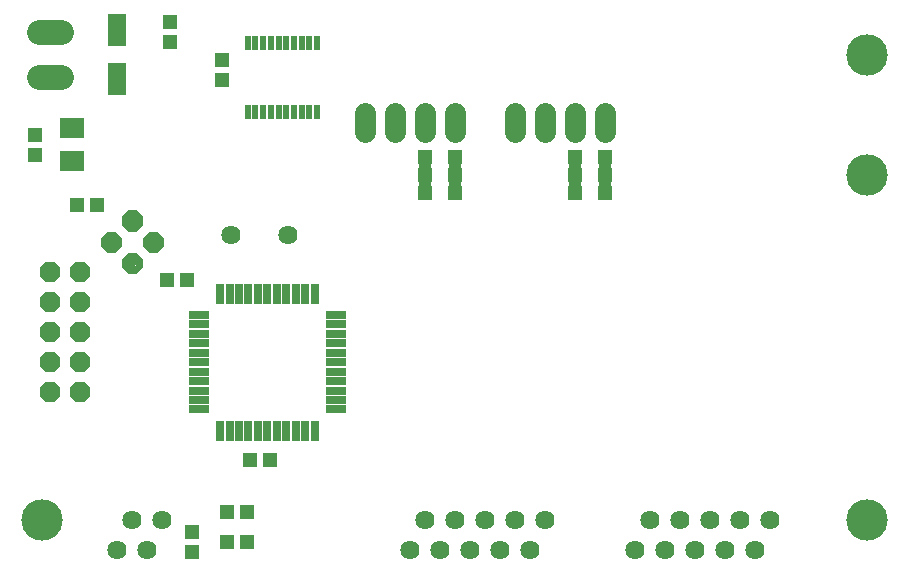
<source format=gts>
G75*
G70*
%OFA0B0*%
%FSLAX24Y24*%
%IPPOS*%
%LPD*%
%AMOC8*
5,1,8,0,0,1.08239X$1,22.5*
%
%ADD10R,0.0631X0.1104*%
%ADD11R,0.0474X0.0513*%
%ADD12R,0.0790X0.0710*%
%ADD13R,0.0513X0.0474*%
%ADD14OC8,0.0680*%
%ADD15C,0.0640*%
%ADD16R,0.0277X0.0671*%
%ADD17R,0.0671X0.0277*%
%ADD18R,0.0200X0.0470*%
%ADD19C,0.0144*%
%ADD20C,0.0830*%
%ADD21C,0.0714*%
%ADD22R,0.0480X0.0480*%
%ADD23R,0.0400X0.0200*%
%ADD24C,0.1379*%
D10*
X007294Y020263D03*
X007294Y021877D03*
D11*
X009044Y022154D03*
X009044Y021485D03*
X010794Y020904D03*
X010794Y020235D03*
X006628Y016070D03*
X005959Y016070D03*
X008959Y013570D03*
X009628Y013570D03*
X010959Y005820D03*
X011628Y005820D03*
X011628Y004820D03*
X010959Y004820D03*
D12*
X005794Y017510D03*
X005794Y018630D03*
D13*
X004544Y018404D03*
X004544Y017735D03*
X011709Y007570D03*
X012378Y007570D03*
X009794Y005154D03*
X009794Y004485D03*
D14*
X006044Y009820D03*
X005044Y009820D03*
X005044Y010820D03*
X006044Y010820D03*
X006044Y011820D03*
X005044Y011820D03*
X005044Y012820D03*
X006044Y012820D03*
X006044Y013820D03*
X005044Y013820D03*
D15*
X007294Y004570D03*
X008294Y004570D03*
X008794Y005570D03*
X007794Y005570D03*
X017044Y004570D03*
X018044Y004570D03*
X019044Y004570D03*
X020044Y004570D03*
X021044Y004570D03*
X021544Y005570D03*
X020544Y005570D03*
X019544Y005570D03*
X018544Y005570D03*
X017544Y005570D03*
X024544Y004570D03*
X025544Y004570D03*
X026544Y004570D03*
X027544Y004570D03*
X028544Y004570D03*
X029044Y005570D03*
X028044Y005570D03*
X027044Y005570D03*
X026044Y005570D03*
X025044Y005570D03*
X012994Y015070D03*
X011094Y015070D03*
D16*
X011034Y013103D03*
X011349Y013103D03*
X011664Y013103D03*
X011979Y013103D03*
X012294Y013103D03*
X012609Y013103D03*
X012924Y013103D03*
X013239Y013103D03*
X013554Y013103D03*
X013869Y013103D03*
X010719Y013103D03*
X010719Y008536D03*
X011034Y008536D03*
X011349Y008536D03*
X011664Y008536D03*
X011979Y008536D03*
X012294Y008536D03*
X012609Y008536D03*
X012924Y008536D03*
X013239Y008536D03*
X013554Y008536D03*
X013869Y008536D03*
D17*
X014577Y009245D03*
X014577Y009560D03*
X014577Y009875D03*
X014577Y010190D03*
X014577Y010505D03*
X014577Y010820D03*
X014577Y011135D03*
X014577Y011450D03*
X014577Y011765D03*
X014577Y012080D03*
X014577Y012395D03*
X010010Y012395D03*
X010010Y012080D03*
X010010Y011765D03*
X010010Y011450D03*
X010010Y011135D03*
X010010Y010820D03*
X010010Y010505D03*
X010010Y010190D03*
X010010Y009875D03*
X010010Y009560D03*
X010010Y009245D03*
D18*
X011642Y019171D03*
X011898Y019171D03*
X012154Y019171D03*
X012410Y019171D03*
X012666Y019171D03*
X012922Y019171D03*
X013178Y019171D03*
X013434Y019171D03*
X013689Y019171D03*
X013945Y019171D03*
X013945Y021469D03*
X013689Y021469D03*
X013434Y021469D03*
X013178Y021469D03*
X012922Y021469D03*
X012666Y021469D03*
X012410Y021469D03*
X012154Y021469D03*
X011898Y021469D03*
X011642Y021469D03*
D19*
X008009Y015574D02*
X008081Y015646D01*
X008081Y015408D01*
X007913Y015240D01*
X007675Y015240D01*
X007507Y015408D01*
X007507Y015646D01*
X007675Y015814D01*
X007913Y015814D01*
X008081Y015646D01*
X007973Y015601D01*
X007973Y015453D01*
X007868Y015348D01*
X007720Y015348D01*
X007615Y015453D01*
X007615Y015601D01*
X007720Y015706D01*
X007868Y015706D01*
X007973Y015601D01*
X007865Y015557D01*
X007865Y015497D01*
X007824Y015456D01*
X007764Y015456D01*
X007723Y015497D01*
X007723Y015557D01*
X007764Y015598D01*
X007824Y015598D01*
X007865Y015557D01*
X008716Y014867D02*
X008788Y014939D01*
X008788Y014701D01*
X008620Y014533D01*
X008382Y014533D01*
X008214Y014701D01*
X008214Y014939D01*
X008382Y015107D01*
X008620Y015107D01*
X008788Y014939D01*
X008680Y014894D01*
X008680Y014746D01*
X008575Y014641D01*
X008427Y014641D01*
X008322Y014746D01*
X008322Y014894D01*
X008427Y014999D01*
X008575Y014999D01*
X008680Y014894D01*
X008572Y014850D01*
X008572Y014790D01*
X008531Y014749D01*
X008471Y014749D01*
X008430Y014790D01*
X008430Y014850D01*
X008471Y014891D01*
X008531Y014891D01*
X008572Y014850D01*
X008009Y014160D02*
X008081Y014232D01*
X008081Y013994D01*
X007913Y013826D01*
X007675Y013826D01*
X007507Y013994D01*
X007507Y014232D01*
X007675Y014400D01*
X007913Y014400D01*
X008081Y014232D01*
X007973Y014187D01*
X007973Y014039D01*
X007868Y013934D01*
X007720Y013934D01*
X007615Y014039D01*
X007615Y014187D01*
X007720Y014292D01*
X007868Y014292D01*
X007973Y014187D01*
X007865Y014143D01*
X007865Y014083D01*
X007824Y014042D01*
X007764Y014042D01*
X007723Y014083D01*
X007723Y014143D01*
X007764Y014184D01*
X007824Y014184D01*
X007865Y014143D01*
X007302Y014867D02*
X007374Y014939D01*
X007374Y014701D01*
X007206Y014533D01*
X006968Y014533D01*
X006800Y014701D01*
X006800Y014939D01*
X006968Y015107D01*
X007206Y015107D01*
X007374Y014939D01*
X007266Y014894D01*
X007266Y014746D01*
X007161Y014641D01*
X007013Y014641D01*
X006908Y014746D01*
X006908Y014894D01*
X007013Y014999D01*
X007161Y014999D01*
X007266Y014894D01*
X007158Y014850D01*
X007158Y014790D01*
X007117Y014749D01*
X007057Y014749D01*
X007016Y014790D01*
X007016Y014850D01*
X007057Y014891D01*
X007117Y014891D01*
X007158Y014850D01*
D20*
X005419Y020320D02*
X004669Y020320D01*
X004669Y021820D02*
X005419Y021820D01*
D21*
X015544Y019137D02*
X015544Y018503D01*
X016544Y018503D02*
X016544Y019137D01*
X017544Y019137D02*
X017544Y018503D01*
X018544Y018503D02*
X018544Y019137D01*
X020544Y019137D02*
X020544Y018503D01*
X021544Y018503D02*
X021544Y019137D01*
X022544Y019137D02*
X022544Y018503D01*
X023544Y018503D02*
X023544Y019137D01*
D22*
X023544Y017670D03*
X023544Y017070D03*
X023544Y016470D03*
X022544Y016470D03*
X022544Y017070D03*
X022544Y017670D03*
X018544Y017670D03*
X018544Y017070D03*
X018544Y016470D03*
X017544Y016470D03*
X017544Y017070D03*
X017544Y017670D03*
D23*
X017544Y017370D03*
X017544Y016770D03*
X018544Y016770D03*
X018544Y017370D03*
X022544Y017370D03*
X022544Y016770D03*
X023544Y016770D03*
X023544Y017370D03*
D24*
X032294Y017070D03*
X032294Y021070D03*
X032294Y005570D03*
X004794Y005570D03*
M02*

</source>
